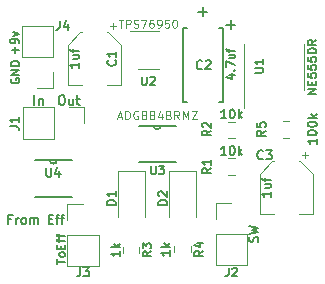
<source format=gbr>
G04 #@! TF.GenerationSoftware,KiCad,Pcbnew,(5.1.4-0-10_14)*
G04 #@! TF.CreationDate,2019-11-02T18:26:44-07:00*
G04 #@! TF.ProjectId,SoftButtonBoardMux555,536f6674-4275-4747-946f-6e426f617264,rev?*
G04 #@! TF.SameCoordinates,Original*
G04 #@! TF.FileFunction,Legend,Top*
G04 #@! TF.FilePolarity,Positive*
%FSLAX46Y46*%
G04 Gerber Fmt 4.6, Leading zero omitted, Abs format (unit mm)*
G04 Created by KiCad (PCBNEW (5.1.4-0-10_14)) date 2019-11-02 18:26:44*
%MOMM*%
%LPD*%
G04 APERTURE LIST*
%ADD10C,0.150000*%
%ADD11C,0.127000*%
%ADD12C,0.152400*%
%ADD13C,0.120000*%
%ADD14C,0.101600*%
%ADD15C,0.121920*%
G04 APERTURE END LIST*
D10*
X96266047Y-44394428D02*
X97027952Y-44394428D01*
X96647000Y-44775380D02*
X96647000Y-44013476D01*
D11*
X78066900Y-48928866D02*
X78033033Y-48996600D01*
X78033033Y-49098200D01*
X78066900Y-49199800D01*
X78134633Y-49267533D01*
X78202366Y-49301400D01*
X78337833Y-49335266D01*
X78439433Y-49335266D01*
X78574900Y-49301400D01*
X78642633Y-49267533D01*
X78710366Y-49199800D01*
X78744233Y-49098200D01*
X78744233Y-49030466D01*
X78710366Y-48928866D01*
X78676500Y-48895000D01*
X78439433Y-48895000D01*
X78439433Y-49030466D01*
X78744233Y-48590200D02*
X78033033Y-48590200D01*
X78744233Y-48183800D01*
X78033033Y-48183800D01*
X78744233Y-47845133D02*
X78033033Y-47845133D01*
X78033033Y-47675800D01*
X78066900Y-47574200D01*
X78134633Y-47506466D01*
X78202366Y-47472600D01*
X78337833Y-47438733D01*
X78439433Y-47438733D01*
X78574900Y-47472600D01*
X78642633Y-47506466D01*
X78710366Y-47574200D01*
X78744233Y-47675800D01*
X78744233Y-47845133D01*
X78409800Y-46791033D02*
X78409800Y-46249166D01*
X78680733Y-46520100D02*
X78138866Y-46520100D01*
X78680733Y-45876633D02*
X78680733Y-45741166D01*
X78646866Y-45673433D01*
X78613000Y-45639566D01*
X78511400Y-45571833D01*
X78375933Y-45537966D01*
X78105000Y-45537966D01*
X78037266Y-45571833D01*
X78003400Y-45605700D01*
X77969533Y-45673433D01*
X77969533Y-45808900D01*
X78003400Y-45876633D01*
X78037266Y-45910500D01*
X78105000Y-45944366D01*
X78274333Y-45944366D01*
X78342066Y-45910500D01*
X78375933Y-45876633D01*
X78409800Y-45808900D01*
X78409800Y-45673433D01*
X78375933Y-45605700D01*
X78342066Y-45571833D01*
X78274333Y-45537966D01*
X78206600Y-45300900D02*
X78680733Y-45131566D01*
X78206600Y-44962233D01*
X81906533Y-64626066D02*
X81906533Y-64219666D01*
X82617733Y-64422866D02*
X81906533Y-64422866D01*
X82617733Y-63881000D02*
X82583866Y-63948733D01*
X82550000Y-63982600D01*
X82482266Y-64016466D01*
X82279066Y-64016466D01*
X82211333Y-63982600D01*
X82177466Y-63948733D01*
X82143600Y-63881000D01*
X82143600Y-63779400D01*
X82177466Y-63711666D01*
X82211333Y-63677800D01*
X82279066Y-63643933D01*
X82482266Y-63643933D01*
X82550000Y-63677800D01*
X82583866Y-63711666D01*
X82617733Y-63779400D01*
X82617733Y-63881000D01*
X82245200Y-63339133D02*
X82245200Y-63102066D01*
X82617733Y-63000466D02*
X82617733Y-63339133D01*
X81906533Y-63339133D01*
X81906533Y-63000466D01*
X82143600Y-62797266D02*
X82143600Y-62526333D01*
X82617733Y-62695666D02*
X82008133Y-62695666D01*
X81940400Y-62661800D01*
X81906533Y-62594066D01*
X81906533Y-62526333D01*
X82143600Y-62390866D02*
X82143600Y-62119933D01*
X82617733Y-62289266D02*
X82008133Y-62289266D01*
X81940400Y-62255400D01*
X81906533Y-62187666D01*
X81906533Y-62119933D01*
X80029095Y-51161904D02*
X80029095Y-50361904D01*
X80410047Y-50628571D02*
X80410047Y-51161904D01*
X80410047Y-50704761D02*
X80448142Y-50666666D01*
X80524333Y-50628571D01*
X80638619Y-50628571D01*
X80714809Y-50666666D01*
X80752904Y-50742857D01*
X80752904Y-51161904D01*
X78086857Y-60842071D02*
X77832857Y-60842071D01*
X77832857Y-61241214D02*
X77832857Y-60479214D01*
X78195714Y-60479214D01*
X78486000Y-61241214D02*
X78486000Y-60733214D01*
X78486000Y-60878357D02*
X78522285Y-60805785D01*
X78558571Y-60769500D01*
X78631142Y-60733214D01*
X78703714Y-60733214D01*
X79066571Y-61241214D02*
X78994000Y-61204928D01*
X78957714Y-61168642D01*
X78921428Y-61096071D01*
X78921428Y-60878357D01*
X78957714Y-60805785D01*
X78994000Y-60769500D01*
X79066571Y-60733214D01*
X79175428Y-60733214D01*
X79248000Y-60769500D01*
X79284285Y-60805785D01*
X79320571Y-60878357D01*
X79320571Y-61096071D01*
X79284285Y-61168642D01*
X79248000Y-61204928D01*
X79175428Y-61241214D01*
X79066571Y-61241214D01*
X79647142Y-61241214D02*
X79647142Y-60733214D01*
X79647142Y-60805785D02*
X79683428Y-60769500D01*
X79756000Y-60733214D01*
X79864857Y-60733214D01*
X79937428Y-60769500D01*
X79973714Y-60842071D01*
X79973714Y-61241214D01*
X79973714Y-60842071D02*
X80010000Y-60769500D01*
X80082571Y-60733214D01*
X80191428Y-60733214D01*
X80264000Y-60769500D01*
X80300285Y-60842071D01*
X80300285Y-61241214D01*
X81243714Y-60842071D02*
X81497714Y-60842071D01*
X81606571Y-61241214D02*
X81243714Y-61241214D01*
X81243714Y-60479214D01*
X81606571Y-60479214D01*
X81824285Y-60733214D02*
X82114571Y-60733214D01*
X81933142Y-61241214D02*
X81933142Y-60588071D01*
X81969428Y-60515500D01*
X82042000Y-60479214D01*
X82114571Y-60479214D01*
X82259714Y-60733214D02*
X82550000Y-60733214D01*
X82368571Y-61241214D02*
X82368571Y-60588071D01*
X82404857Y-60515500D01*
X82477428Y-60479214D01*
X82550000Y-60479214D01*
X82264333Y-50361904D02*
X82416714Y-50361904D01*
X82492904Y-50400000D01*
X82569095Y-50476190D01*
X82607190Y-50628571D01*
X82607190Y-50895238D01*
X82569095Y-51047619D01*
X82492904Y-51123809D01*
X82416714Y-51161904D01*
X82264333Y-51161904D01*
X82188142Y-51123809D01*
X82111952Y-51047619D01*
X82073857Y-50895238D01*
X82073857Y-50628571D01*
X82111952Y-50476190D01*
X82188142Y-50400000D01*
X82264333Y-50361904D01*
X83292904Y-50628571D02*
X83292904Y-51161904D01*
X82950047Y-50628571D02*
X82950047Y-51047619D01*
X82988142Y-51123809D01*
X83064333Y-51161904D01*
X83178619Y-51161904D01*
X83254809Y-51123809D01*
X83292904Y-51085714D01*
X83559571Y-50628571D02*
X83864333Y-50628571D01*
X83673857Y-50361904D02*
X83673857Y-51047619D01*
X83711952Y-51123809D01*
X83788142Y-51161904D01*
X83864333Y-51161904D01*
D12*
X90728800Y-52908200D02*
G75*
G02X90119200Y-52908200I-304800J0D01*
G01*
X90119200Y-52908200D02*
X88874600Y-52908200D01*
X90728800Y-52908200D02*
X90119200Y-52908200D01*
X91973400Y-52908200D02*
X90728800Y-52908200D01*
X88874600Y-56007000D02*
X91973400Y-56007000D01*
D13*
X101102422Y-53923000D02*
X101619578Y-53923000D01*
X101102422Y-52503000D02*
X101619578Y-52503000D01*
X96969078Y-52566500D02*
X96451922Y-52566500D01*
X96969078Y-53986500D02*
X96451922Y-53986500D01*
X103156000Y-55416000D02*
X102656000Y-55416000D01*
X102906000Y-55166000D02*
X102906000Y-55666000D01*
X100150437Y-55906000D02*
X99086000Y-56970437D01*
X102541563Y-55906000D02*
X103606000Y-56970437D01*
X102541563Y-55906000D02*
X102406000Y-55906000D01*
X100150437Y-55906000D02*
X100286000Y-55906000D01*
X99086000Y-56970437D02*
X99086000Y-60426000D01*
X103606000Y-56970437D02*
X103606000Y-60426000D01*
X103606000Y-60426000D02*
X102406000Y-60426000D01*
X99086000Y-60426000D02*
X100286000Y-60426000D01*
X97770000Y-47942500D02*
X97770000Y-51392500D01*
X97770000Y-47942500D02*
X97770000Y-45992500D01*
X102890000Y-47942500D02*
X102890000Y-49892500D01*
X102890000Y-47942500D02*
X102890000Y-45992500D01*
X95380500Y-59503000D02*
X96710500Y-59503000D01*
X95380500Y-60833000D02*
X95380500Y-59503000D01*
X95380500Y-62103000D02*
X98040500Y-62103000D01*
X98040500Y-62103000D02*
X98040500Y-64703000D01*
X95380500Y-62103000D02*
X95380500Y-64703000D01*
X95380500Y-64703000D02*
X98040500Y-64703000D01*
X82807500Y-59566500D02*
X84137500Y-59566500D01*
X82807500Y-60896500D02*
X82807500Y-59566500D01*
X82807500Y-62166500D02*
X85467500Y-62166500D01*
X85467500Y-62166500D02*
X85467500Y-64766500D01*
X82807500Y-62166500D02*
X82807500Y-64766500D01*
X82807500Y-64766500D02*
X85467500Y-64766500D01*
D12*
X95679438Y-50888798D02*
X96024497Y-50888798D01*
X92915562Y-44634810D02*
X92570503Y-44634810D01*
X96024497Y-44634810D02*
X95679438Y-44634810D01*
X96024497Y-50888798D02*
X96024497Y-44634810D01*
X92570503Y-50888798D02*
X92915562Y-50888798D01*
X92570503Y-44634810D02*
X92570503Y-50888798D01*
X94678500Y-43291811D02*
X93916500Y-43291811D01*
X94297500Y-43672811D02*
X94297500Y-42910811D01*
D13*
X81594000Y-49717000D02*
X80264000Y-49717000D01*
X81594000Y-48387000D02*
X81594000Y-49717000D01*
X81594000Y-47117000D02*
X78934000Y-47117000D01*
X78934000Y-47117000D02*
X78934000Y-44517000D01*
X81594000Y-47117000D02*
X81594000Y-44517000D01*
X81594000Y-44517000D02*
X78934000Y-44517000D01*
X84261000Y-51375000D02*
X84261000Y-52705000D01*
X82931000Y-51375000D02*
X84261000Y-51375000D01*
X81661000Y-51375000D02*
X81661000Y-54035000D01*
X81661000Y-54035000D02*
X79061000Y-54035000D01*
X81661000Y-51375000D02*
X79061000Y-51375000D01*
X79061000Y-51375000D02*
X79061000Y-54035000D01*
X91448000Y-56770000D02*
X91448000Y-60655000D01*
X93718000Y-56770000D02*
X91448000Y-56770000D01*
X93718000Y-60655000D02*
X93718000Y-56770000D01*
X87104600Y-56795400D02*
X87104600Y-60680400D01*
X89374600Y-56795400D02*
X87104600Y-56795400D01*
X89374600Y-60680400D02*
X89374600Y-56795400D01*
X91873000Y-63129422D02*
X91873000Y-63646578D01*
X93293000Y-63129422D02*
X93293000Y-63646578D01*
X87491500Y-63162922D02*
X87491500Y-63680078D01*
X88911500Y-63162922D02*
X88911500Y-63680078D01*
X96969078Y-55678000D02*
X96451922Y-55678000D01*
X96969078Y-57098000D02*
X96451922Y-57098000D01*
X86900000Y-44494000D02*
X86400000Y-44494000D01*
X86650000Y-44244000D02*
X86650000Y-44744000D01*
X83894437Y-44984000D02*
X82830000Y-46048437D01*
X86285563Y-44984000D02*
X87350000Y-46048437D01*
X86285563Y-44984000D02*
X86150000Y-44984000D01*
X83894437Y-44984000D02*
X84030000Y-44984000D01*
X82830000Y-46048437D02*
X82830000Y-49504000D01*
X87350000Y-46048437D02*
X87350000Y-49504000D01*
X87350000Y-49504000D02*
X86150000Y-49504000D01*
X82830000Y-49504000D02*
X84030000Y-49504000D01*
D12*
X81940400Y-55829200D02*
G75*
G02X81330800Y-55829200I-304800J0D01*
G01*
X81330800Y-55829200D02*
X80086200Y-55829200D01*
X81940400Y-55829200D02*
X81330800Y-55829200D01*
X83185000Y-55829200D02*
X81940400Y-55829200D01*
X80086200Y-58928000D02*
X83185000Y-58928000D01*
D13*
X90562000Y-44872000D02*
X88112000Y-44872000D01*
X88762000Y-48092000D02*
X90562000Y-48092000D01*
D11*
X89882133Y-56316033D02*
X89882133Y-56891766D01*
X89916000Y-56959500D01*
X89949866Y-56993366D01*
X90017600Y-57027233D01*
X90153066Y-57027233D01*
X90220800Y-56993366D01*
X90254666Y-56959500D01*
X90288533Y-56891766D01*
X90288533Y-56316033D01*
X90559466Y-56316033D02*
X90999733Y-56316033D01*
X90762666Y-56586966D01*
X90864266Y-56586966D01*
X90932000Y-56620833D01*
X90965866Y-56654700D01*
X90999733Y-56722433D01*
X90999733Y-56891766D01*
X90965866Y-56959500D01*
X90932000Y-56993366D01*
X90864266Y-57027233D01*
X90661066Y-57027233D01*
X90593333Y-56993366D01*
X90559466Y-56959500D01*
D14*
X87071200Y-52188533D02*
X87409866Y-52188533D01*
X87003466Y-52391733D02*
X87240533Y-51680533D01*
X87477600Y-52391733D01*
X87714666Y-52391733D02*
X87714666Y-51680533D01*
X87884000Y-51680533D01*
X87985600Y-51714400D01*
X88053333Y-51782133D01*
X88087200Y-51849866D01*
X88121066Y-51985333D01*
X88121066Y-52086933D01*
X88087200Y-52222400D01*
X88053333Y-52290133D01*
X87985600Y-52357866D01*
X87884000Y-52391733D01*
X87714666Y-52391733D01*
X88798400Y-51714400D02*
X88730666Y-51680533D01*
X88629066Y-51680533D01*
X88527466Y-51714400D01*
X88459733Y-51782133D01*
X88425866Y-51849866D01*
X88392000Y-51985333D01*
X88392000Y-52086933D01*
X88425866Y-52222400D01*
X88459733Y-52290133D01*
X88527466Y-52357866D01*
X88629066Y-52391733D01*
X88696800Y-52391733D01*
X88798400Y-52357866D01*
X88832266Y-52324000D01*
X88832266Y-52086933D01*
X88696800Y-52086933D01*
X89238666Y-51985333D02*
X89170933Y-51951466D01*
X89137066Y-51917600D01*
X89103200Y-51849866D01*
X89103200Y-51816000D01*
X89137066Y-51748266D01*
X89170933Y-51714400D01*
X89238666Y-51680533D01*
X89374133Y-51680533D01*
X89441866Y-51714400D01*
X89475733Y-51748266D01*
X89509600Y-51816000D01*
X89509600Y-51849866D01*
X89475733Y-51917600D01*
X89441866Y-51951466D01*
X89374133Y-51985333D01*
X89238666Y-51985333D01*
X89170933Y-52019200D01*
X89137066Y-52053066D01*
X89103200Y-52120800D01*
X89103200Y-52256266D01*
X89137066Y-52324000D01*
X89170933Y-52357866D01*
X89238666Y-52391733D01*
X89374133Y-52391733D01*
X89441866Y-52357866D01*
X89475733Y-52324000D01*
X89509600Y-52256266D01*
X89509600Y-52120800D01*
X89475733Y-52053066D01*
X89441866Y-52019200D01*
X89374133Y-51985333D01*
X89916000Y-51985333D02*
X89848266Y-51951466D01*
X89814400Y-51917600D01*
X89780533Y-51849866D01*
X89780533Y-51816000D01*
X89814400Y-51748266D01*
X89848266Y-51714400D01*
X89916000Y-51680533D01*
X90051466Y-51680533D01*
X90119200Y-51714400D01*
X90153066Y-51748266D01*
X90186933Y-51816000D01*
X90186933Y-51849866D01*
X90153066Y-51917600D01*
X90119200Y-51951466D01*
X90051466Y-51985333D01*
X89916000Y-51985333D01*
X89848266Y-52019200D01*
X89814400Y-52053066D01*
X89780533Y-52120800D01*
X89780533Y-52256266D01*
X89814400Y-52324000D01*
X89848266Y-52357866D01*
X89916000Y-52391733D01*
X90051466Y-52391733D01*
X90119200Y-52357866D01*
X90153066Y-52324000D01*
X90186933Y-52256266D01*
X90186933Y-52120800D01*
X90153066Y-52053066D01*
X90119200Y-52019200D01*
X90051466Y-51985333D01*
X90796533Y-51917600D02*
X90796533Y-52391733D01*
X90627200Y-51646666D02*
X90457866Y-52154666D01*
X90898133Y-52154666D01*
X91406133Y-52019200D02*
X91507733Y-52053066D01*
X91541600Y-52086933D01*
X91575466Y-52154666D01*
X91575466Y-52256266D01*
X91541600Y-52324000D01*
X91507733Y-52357866D01*
X91440000Y-52391733D01*
X91169066Y-52391733D01*
X91169066Y-51680533D01*
X91406133Y-51680533D01*
X91473866Y-51714400D01*
X91507733Y-51748266D01*
X91541600Y-51816000D01*
X91541600Y-51883733D01*
X91507733Y-51951466D01*
X91473866Y-51985333D01*
X91406133Y-52019200D01*
X91169066Y-52019200D01*
X92286666Y-52391733D02*
X92049600Y-52053066D01*
X91880266Y-52391733D02*
X91880266Y-51680533D01*
X92151200Y-51680533D01*
X92218933Y-51714400D01*
X92252800Y-51748266D01*
X92286666Y-51816000D01*
X92286666Y-51917600D01*
X92252800Y-51985333D01*
X92218933Y-52019200D01*
X92151200Y-52053066D01*
X91880266Y-52053066D01*
X92591466Y-52391733D02*
X92591466Y-51680533D01*
X92828533Y-52188533D01*
X93065600Y-51680533D01*
X93065600Y-52391733D01*
X93336533Y-51680533D02*
X93810666Y-51680533D01*
X93336533Y-52391733D01*
X93810666Y-52391733D01*
D11*
X99595214Y-53340000D02*
X99232357Y-53594000D01*
X99595214Y-53775428D02*
X98833214Y-53775428D01*
X98833214Y-53485142D01*
X98869500Y-53412571D01*
X98905785Y-53376285D01*
X98978357Y-53340000D01*
X99087214Y-53340000D01*
X99159785Y-53376285D01*
X99196071Y-53412571D01*
X99232357Y-53485142D01*
X99232357Y-53775428D01*
X98833214Y-52650571D02*
X98833214Y-53013428D01*
X99196071Y-53049714D01*
X99159785Y-53013428D01*
X99123500Y-52940857D01*
X99123500Y-52759428D01*
X99159785Y-52686857D01*
X99196071Y-52650571D01*
X99268642Y-52614285D01*
X99450071Y-52614285D01*
X99522642Y-52650571D01*
X99558928Y-52686857D01*
X99595214Y-52759428D01*
X99595214Y-52940857D01*
X99558928Y-53013428D01*
X99522642Y-53049714D01*
X103913214Y-54029428D02*
X103913214Y-54464857D01*
X103913214Y-54247142D02*
X103151214Y-54247142D01*
X103260071Y-54319714D01*
X103332642Y-54392285D01*
X103368928Y-54464857D01*
X103151214Y-53557714D02*
X103151214Y-53485142D01*
X103187500Y-53412571D01*
X103223785Y-53376285D01*
X103296357Y-53340000D01*
X103441500Y-53303714D01*
X103622928Y-53303714D01*
X103768071Y-53340000D01*
X103840642Y-53376285D01*
X103876928Y-53412571D01*
X103913214Y-53485142D01*
X103913214Y-53557714D01*
X103876928Y-53630285D01*
X103840642Y-53666571D01*
X103768071Y-53702857D01*
X103622928Y-53739142D01*
X103441500Y-53739142D01*
X103296357Y-53702857D01*
X103223785Y-53666571D01*
X103187500Y-53630285D01*
X103151214Y-53557714D01*
X103151214Y-52832000D02*
X103151214Y-52759428D01*
X103187500Y-52686857D01*
X103223785Y-52650571D01*
X103296357Y-52614285D01*
X103441500Y-52578000D01*
X103622928Y-52578000D01*
X103768071Y-52614285D01*
X103840642Y-52650571D01*
X103876928Y-52686857D01*
X103913214Y-52759428D01*
X103913214Y-52832000D01*
X103876928Y-52904571D01*
X103840642Y-52940857D01*
X103768071Y-52977142D01*
X103622928Y-53013428D01*
X103441500Y-53013428D01*
X103296357Y-52977142D01*
X103223785Y-52940857D01*
X103187500Y-52904571D01*
X103151214Y-52832000D01*
X103913214Y-52251428D02*
X103151214Y-52251428D01*
X103622928Y-52178857D02*
X103913214Y-51961142D01*
X103405214Y-51961142D02*
X103695500Y-52251428D01*
X94936733Y-53331533D02*
X94598066Y-53568600D01*
X94936733Y-53737933D02*
X94225533Y-53737933D01*
X94225533Y-53467000D01*
X94259400Y-53399266D01*
X94293266Y-53365400D01*
X94361000Y-53331533D01*
X94462600Y-53331533D01*
X94530333Y-53365400D01*
X94564200Y-53399266D01*
X94598066Y-53467000D01*
X94598066Y-53737933D01*
X94293266Y-53060600D02*
X94259400Y-53026733D01*
X94225533Y-52959000D01*
X94225533Y-52789666D01*
X94259400Y-52721933D01*
X94293266Y-52688066D01*
X94361000Y-52654200D01*
X94428733Y-52654200D01*
X94530333Y-52688066D01*
X94936733Y-53094466D01*
X94936733Y-52654200D01*
X96256928Y-52287714D02*
X95821500Y-52287714D01*
X96039214Y-52287714D02*
X96039214Y-51525714D01*
X95966642Y-51634571D01*
X95894071Y-51707142D01*
X95821500Y-51743428D01*
X96728642Y-51525714D02*
X96801214Y-51525714D01*
X96873785Y-51562000D01*
X96910071Y-51598285D01*
X96946357Y-51670857D01*
X96982642Y-51816000D01*
X96982642Y-51997428D01*
X96946357Y-52142571D01*
X96910071Y-52215142D01*
X96873785Y-52251428D01*
X96801214Y-52287714D01*
X96728642Y-52287714D01*
X96656071Y-52251428D01*
X96619785Y-52215142D01*
X96583500Y-52142571D01*
X96547214Y-51997428D01*
X96547214Y-51816000D01*
X96583500Y-51670857D01*
X96619785Y-51598285D01*
X96656071Y-51562000D01*
X96728642Y-51525714D01*
X97309214Y-52287714D02*
X97309214Y-51525714D01*
X97381785Y-51997428D02*
X97599500Y-52287714D01*
X97599500Y-51779714D02*
X97309214Y-52070000D01*
X99377500Y-55707642D02*
X99341214Y-55743928D01*
X99232357Y-55780214D01*
X99159785Y-55780214D01*
X99050928Y-55743928D01*
X98978357Y-55671357D01*
X98942071Y-55598785D01*
X98905785Y-55453642D01*
X98905785Y-55344785D01*
X98942071Y-55199642D01*
X98978357Y-55127071D01*
X99050928Y-55054500D01*
X99159785Y-55018214D01*
X99232357Y-55018214D01*
X99341214Y-55054500D01*
X99377500Y-55090785D01*
X99631500Y-55018214D02*
X100103214Y-55018214D01*
X99849214Y-55308500D01*
X99958071Y-55308500D01*
X100030642Y-55344785D01*
X100066928Y-55381071D01*
X100103214Y-55453642D01*
X100103214Y-55635071D01*
X100066928Y-55707642D01*
X100030642Y-55743928D01*
X99958071Y-55780214D01*
X99740357Y-55780214D01*
X99667785Y-55743928D01*
X99631500Y-55707642D01*
X100039714Y-58510714D02*
X100039714Y-58946142D01*
X100039714Y-58728428D02*
X99277714Y-58728428D01*
X99386571Y-58801000D01*
X99459142Y-58873571D01*
X99495428Y-58946142D01*
X99531714Y-57857571D02*
X100039714Y-57857571D01*
X99531714Y-58184142D02*
X99930857Y-58184142D01*
X100003428Y-58147857D01*
X100039714Y-58075285D01*
X100039714Y-57966428D01*
X100003428Y-57893857D01*
X99967142Y-57857571D01*
X99531714Y-57603571D02*
X99531714Y-57313285D01*
X100039714Y-57494714D02*
X99386571Y-57494714D01*
X99314000Y-57458428D01*
X99277714Y-57385857D01*
X99277714Y-57313285D01*
X98670533Y-48420866D02*
X99246266Y-48420866D01*
X99314000Y-48387000D01*
X99347866Y-48353133D01*
X99381733Y-48285400D01*
X99381733Y-48149933D01*
X99347866Y-48082200D01*
X99314000Y-48048333D01*
X99246266Y-48014466D01*
X98670533Y-48014466D01*
X99381733Y-47303266D02*
X99381733Y-47709666D01*
X99381733Y-47506466D02*
X98670533Y-47506466D01*
X98772133Y-47574200D01*
X98839866Y-47641933D01*
X98873733Y-47709666D01*
X103890233Y-50194633D02*
X103179033Y-50194633D01*
X103890233Y-49788233D01*
X103179033Y-49788233D01*
X103517700Y-49449566D02*
X103517700Y-49212500D01*
X103890233Y-49110900D02*
X103890233Y-49449566D01*
X103179033Y-49449566D01*
X103179033Y-49110900D01*
X103179033Y-48467433D02*
X103179033Y-48806100D01*
X103517700Y-48839966D01*
X103483833Y-48806100D01*
X103449966Y-48738366D01*
X103449966Y-48569033D01*
X103483833Y-48501300D01*
X103517700Y-48467433D01*
X103585433Y-48433566D01*
X103754766Y-48433566D01*
X103822500Y-48467433D01*
X103856366Y-48501300D01*
X103890233Y-48569033D01*
X103890233Y-48738366D01*
X103856366Y-48806100D01*
X103822500Y-48839966D01*
X103179033Y-47790100D02*
X103179033Y-48128766D01*
X103517700Y-48162633D01*
X103483833Y-48128766D01*
X103449966Y-48061033D01*
X103449966Y-47891700D01*
X103483833Y-47823966D01*
X103517700Y-47790100D01*
X103585433Y-47756233D01*
X103754766Y-47756233D01*
X103822500Y-47790100D01*
X103856366Y-47823966D01*
X103890233Y-47891700D01*
X103890233Y-48061033D01*
X103856366Y-48128766D01*
X103822500Y-48162633D01*
X103179033Y-47112766D02*
X103179033Y-47451433D01*
X103517700Y-47485300D01*
X103483833Y-47451433D01*
X103449966Y-47383700D01*
X103449966Y-47214366D01*
X103483833Y-47146633D01*
X103517700Y-47112766D01*
X103585433Y-47078900D01*
X103754766Y-47078900D01*
X103822500Y-47112766D01*
X103856366Y-47146633D01*
X103890233Y-47214366D01*
X103890233Y-47383700D01*
X103856366Y-47451433D01*
X103822500Y-47485300D01*
X103890233Y-46774100D02*
X103179033Y-46774100D01*
X103179033Y-46604766D01*
X103212900Y-46503166D01*
X103280633Y-46435433D01*
X103348366Y-46401566D01*
X103483833Y-46367700D01*
X103585433Y-46367700D01*
X103720900Y-46401566D01*
X103788633Y-46435433D01*
X103856366Y-46503166D01*
X103890233Y-46604766D01*
X103890233Y-46774100D01*
X103890233Y-45656500D02*
X103551566Y-45893566D01*
X103890233Y-46062900D02*
X103179033Y-46062900D01*
X103179033Y-45791966D01*
X103212900Y-45724233D01*
X103246766Y-45690366D01*
X103314500Y-45656500D01*
X103416100Y-45656500D01*
X103483833Y-45690366D01*
X103517700Y-45724233D01*
X103551566Y-45791966D01*
X103551566Y-46062900D01*
X96473433Y-64952033D02*
X96473433Y-65460033D01*
X96439566Y-65561633D01*
X96371833Y-65629366D01*
X96270233Y-65663233D01*
X96202500Y-65663233D01*
X96778233Y-65019766D02*
X96812100Y-64985900D01*
X96879833Y-64952033D01*
X97049166Y-64952033D01*
X97116900Y-64985900D01*
X97150766Y-65019766D01*
X97184633Y-65087500D01*
X97184633Y-65155233D01*
X97150766Y-65256833D01*
X96744366Y-65663233D01*
X97184633Y-65663233D01*
X98923928Y-62756142D02*
X98960214Y-62647285D01*
X98960214Y-62465857D01*
X98923928Y-62393285D01*
X98887642Y-62357000D01*
X98815071Y-62320714D01*
X98742500Y-62320714D01*
X98669928Y-62357000D01*
X98633642Y-62393285D01*
X98597357Y-62465857D01*
X98561071Y-62611000D01*
X98524785Y-62683571D01*
X98488500Y-62719857D01*
X98415928Y-62756142D01*
X98343357Y-62756142D01*
X98270785Y-62719857D01*
X98234500Y-62683571D01*
X98198214Y-62611000D01*
X98198214Y-62429571D01*
X98234500Y-62320714D01*
X98198214Y-62066714D02*
X98960214Y-61885285D01*
X98415928Y-61740142D01*
X98960214Y-61595000D01*
X98198214Y-61413571D01*
X83883500Y-64924214D02*
X83883500Y-65468500D01*
X83847214Y-65577357D01*
X83774642Y-65649928D01*
X83665785Y-65686214D01*
X83593214Y-65686214D01*
X84173785Y-64924214D02*
X84645500Y-64924214D01*
X84391500Y-65214500D01*
X84500357Y-65214500D01*
X84572928Y-65250785D01*
X84609214Y-65287071D01*
X84645500Y-65359642D01*
X84645500Y-65541071D01*
X84609214Y-65613642D01*
X84572928Y-65649928D01*
X84500357Y-65686214D01*
X84282642Y-65686214D01*
X84210071Y-65649928D01*
X84173785Y-65613642D01*
X94234000Y-48087642D02*
X94197714Y-48123928D01*
X94088857Y-48160214D01*
X94016285Y-48160214D01*
X93907428Y-48123928D01*
X93834857Y-48051357D01*
X93798571Y-47978785D01*
X93762285Y-47833642D01*
X93762285Y-47724785D01*
X93798571Y-47579642D01*
X93834857Y-47507071D01*
X93907428Y-47434500D01*
X94016285Y-47398214D01*
X94088857Y-47398214D01*
X94197714Y-47434500D01*
X94234000Y-47470785D01*
X94524285Y-47470785D02*
X94560571Y-47434500D01*
X94633142Y-47398214D01*
X94814571Y-47398214D01*
X94887142Y-47434500D01*
X94923428Y-47470785D01*
X94959714Y-47543357D01*
X94959714Y-47615928D01*
X94923428Y-47724785D01*
X94488000Y-48160214D01*
X94959714Y-48160214D01*
X96494600Y-48585966D02*
X96968733Y-48585966D01*
X96223666Y-48755300D02*
X96731666Y-48924633D01*
X96731666Y-48484366D01*
X96901000Y-48213433D02*
X96934866Y-48179566D01*
X96968733Y-48213433D01*
X96934866Y-48247300D01*
X96901000Y-48213433D01*
X96968733Y-48213433D01*
X96257533Y-47942500D02*
X96257533Y-47468366D01*
X96968733Y-47773166D01*
X96494600Y-46892633D02*
X96968733Y-46892633D01*
X96494600Y-47197433D02*
X96867133Y-47197433D01*
X96934866Y-47163566D01*
X96968733Y-47095833D01*
X96968733Y-46994233D01*
X96934866Y-46926500D01*
X96901000Y-46892633D01*
X96494600Y-46655566D02*
X96494600Y-46384633D01*
X96968733Y-46553966D02*
X96359133Y-46553966D01*
X96291400Y-46520100D01*
X96257533Y-46452366D01*
X96257533Y-46384633D01*
X82169000Y-44032714D02*
X82169000Y-44577000D01*
X82132714Y-44685857D01*
X82060142Y-44758428D01*
X81951285Y-44794714D01*
X81878714Y-44794714D01*
X82858428Y-44286714D02*
X82858428Y-44794714D01*
X82677000Y-43996428D02*
X82495571Y-44540714D01*
X82967285Y-44540714D01*
X77941714Y-52959000D02*
X78486000Y-52959000D01*
X78594857Y-52995285D01*
X78667428Y-53067857D01*
X78703714Y-53176714D01*
X78703714Y-53249285D01*
X78703714Y-52197000D02*
X78703714Y-52632428D01*
X78703714Y-52414714D02*
X77941714Y-52414714D01*
X78050571Y-52487285D01*
X78123142Y-52559857D01*
X78159428Y-52632428D01*
X91276714Y-59617428D02*
X90514714Y-59617428D01*
X90514714Y-59436000D01*
X90551000Y-59327142D01*
X90623571Y-59254571D01*
X90696142Y-59218285D01*
X90841285Y-59182000D01*
X90950142Y-59182000D01*
X91095285Y-59218285D01*
X91167857Y-59254571D01*
X91240428Y-59327142D01*
X91276714Y-59436000D01*
X91276714Y-59617428D01*
X90587285Y-58891714D02*
X90551000Y-58855428D01*
X90514714Y-58782857D01*
X90514714Y-58601428D01*
X90551000Y-58528857D01*
X90587285Y-58492571D01*
X90659857Y-58456285D01*
X90732428Y-58456285D01*
X90841285Y-58492571D01*
X91276714Y-58928000D01*
X91276714Y-58456285D01*
X86895214Y-59617428D02*
X86133214Y-59617428D01*
X86133214Y-59436000D01*
X86169500Y-59327142D01*
X86242071Y-59254571D01*
X86314642Y-59218285D01*
X86459785Y-59182000D01*
X86568642Y-59182000D01*
X86713785Y-59218285D01*
X86786357Y-59254571D01*
X86858928Y-59327142D01*
X86895214Y-59436000D01*
X86895214Y-59617428D01*
X86895214Y-58456285D02*
X86895214Y-58891714D01*
X86895214Y-58674000D02*
X86133214Y-58674000D01*
X86242071Y-58746571D01*
X86314642Y-58819142D01*
X86350928Y-58891714D01*
X94324714Y-63515000D02*
X93961857Y-63769000D01*
X94324714Y-63950428D02*
X93562714Y-63950428D01*
X93562714Y-63660142D01*
X93599000Y-63587571D01*
X93635285Y-63551285D01*
X93707857Y-63515000D01*
X93816714Y-63515000D01*
X93889285Y-63551285D01*
X93925571Y-63587571D01*
X93961857Y-63660142D01*
X93961857Y-63950428D01*
X93816714Y-62861857D02*
X94324714Y-62861857D01*
X93526428Y-63043285D02*
X94070714Y-63224714D01*
X94070714Y-62753000D01*
X91530714Y-63478714D02*
X91530714Y-63914142D01*
X91530714Y-63696428D02*
X90768714Y-63696428D01*
X90877571Y-63769000D01*
X90950142Y-63841571D01*
X90986428Y-63914142D01*
X91530714Y-63152142D02*
X90768714Y-63152142D01*
X91240428Y-63079571D02*
X91530714Y-62861857D01*
X91022714Y-62861857D02*
X91313000Y-63152142D01*
X89920233Y-63540033D02*
X89581566Y-63777100D01*
X89920233Y-63946433D02*
X89209033Y-63946433D01*
X89209033Y-63675500D01*
X89242900Y-63607766D01*
X89276766Y-63573900D01*
X89344500Y-63540033D01*
X89446100Y-63540033D01*
X89513833Y-63573900D01*
X89547700Y-63607766D01*
X89581566Y-63675500D01*
X89581566Y-63946433D01*
X89209033Y-63302966D02*
X89209033Y-62862700D01*
X89479966Y-63099766D01*
X89479966Y-62998166D01*
X89513833Y-62930433D01*
X89547700Y-62896566D01*
X89615433Y-62862700D01*
X89784766Y-62862700D01*
X89852500Y-62896566D01*
X89886366Y-62930433D01*
X89920233Y-62998166D01*
X89920233Y-63201366D01*
X89886366Y-63269100D01*
X89852500Y-63302966D01*
X87276214Y-63527214D02*
X87276214Y-63962642D01*
X87276214Y-63744928D02*
X86514214Y-63744928D01*
X86623071Y-63817500D01*
X86695642Y-63890071D01*
X86731928Y-63962642D01*
X87276214Y-63200642D02*
X86514214Y-63200642D01*
X86985928Y-63128071D02*
X87276214Y-62910357D01*
X86768214Y-62910357D02*
X87058500Y-63200642D01*
X94936733Y-56506533D02*
X94598066Y-56743600D01*
X94936733Y-56912933D02*
X94225533Y-56912933D01*
X94225533Y-56642000D01*
X94259400Y-56574266D01*
X94293266Y-56540400D01*
X94361000Y-56506533D01*
X94462600Y-56506533D01*
X94530333Y-56540400D01*
X94564200Y-56574266D01*
X94598066Y-56642000D01*
X94598066Y-56912933D01*
X94936733Y-55829200D02*
X94936733Y-56235600D01*
X94936733Y-56032400D02*
X94225533Y-56032400D01*
X94327133Y-56100133D01*
X94394866Y-56167866D01*
X94428733Y-56235600D01*
X96256928Y-55399214D02*
X95821500Y-55399214D01*
X96039214Y-55399214D02*
X96039214Y-54637214D01*
X95966642Y-54746071D01*
X95894071Y-54818642D01*
X95821500Y-54854928D01*
X96728642Y-54637214D02*
X96801214Y-54637214D01*
X96873785Y-54673500D01*
X96910071Y-54709785D01*
X96946357Y-54782357D01*
X96982642Y-54927500D01*
X96982642Y-55108928D01*
X96946357Y-55254071D01*
X96910071Y-55326642D01*
X96873785Y-55362928D01*
X96801214Y-55399214D01*
X96728642Y-55399214D01*
X96656071Y-55362928D01*
X96619785Y-55326642D01*
X96583500Y-55254071D01*
X96547214Y-55108928D01*
X96547214Y-54927500D01*
X96583500Y-54782357D01*
X96619785Y-54709785D01*
X96656071Y-54673500D01*
X96728642Y-54637214D01*
X97309214Y-55399214D02*
X97309214Y-54637214D01*
X97381785Y-55108928D02*
X97599500Y-55399214D01*
X97599500Y-54891214D02*
X97309214Y-55181500D01*
X86886142Y-47371000D02*
X86922428Y-47407285D01*
X86958714Y-47516142D01*
X86958714Y-47588714D01*
X86922428Y-47697571D01*
X86849857Y-47770142D01*
X86777285Y-47806428D01*
X86632142Y-47842714D01*
X86523285Y-47842714D01*
X86378142Y-47806428D01*
X86305571Y-47770142D01*
X86233000Y-47697571D01*
X86196714Y-47588714D01*
X86196714Y-47516142D01*
X86233000Y-47407285D01*
X86269285Y-47371000D01*
X86958714Y-46645285D02*
X86958714Y-47080714D01*
X86958714Y-46863000D02*
X86196714Y-46863000D01*
X86305571Y-46935571D01*
X86378142Y-47008142D01*
X86414428Y-47080714D01*
X83783714Y-47588714D02*
X83783714Y-48024142D01*
X83783714Y-47806428D02*
X83021714Y-47806428D01*
X83130571Y-47879000D01*
X83203142Y-47951571D01*
X83239428Y-48024142D01*
X83275714Y-46935571D02*
X83783714Y-46935571D01*
X83275714Y-47262142D02*
X83674857Y-47262142D01*
X83747428Y-47225857D01*
X83783714Y-47153285D01*
X83783714Y-47044428D01*
X83747428Y-46971857D01*
X83711142Y-46935571D01*
X83275714Y-46681571D02*
X83275714Y-46391285D01*
X83783714Y-46572714D02*
X83130571Y-46572714D01*
X83058000Y-46536428D01*
X83021714Y-46463857D01*
X83021714Y-46391285D01*
X81016928Y-56478714D02*
X81016928Y-57095571D01*
X81053214Y-57168142D01*
X81089500Y-57204428D01*
X81162071Y-57240714D01*
X81307214Y-57240714D01*
X81379785Y-57204428D01*
X81416071Y-57168142D01*
X81452357Y-57095571D01*
X81452357Y-56478714D01*
X82141785Y-56732714D02*
X82141785Y-57240714D01*
X81960357Y-56442428D02*
X81778928Y-56986714D01*
X82250642Y-56986714D01*
X89120133Y-48759533D02*
X89120133Y-49335266D01*
X89154000Y-49403000D01*
X89187866Y-49436866D01*
X89255600Y-49470733D01*
X89391066Y-49470733D01*
X89458800Y-49436866D01*
X89492666Y-49403000D01*
X89526533Y-49335266D01*
X89526533Y-48759533D01*
X89831333Y-48827266D02*
X89865200Y-48793400D01*
X89932933Y-48759533D01*
X90102266Y-48759533D01*
X90170000Y-48793400D01*
X90203866Y-48827266D01*
X90237733Y-48895000D01*
X90237733Y-48962733D01*
X90203866Y-49064333D01*
X89797466Y-49470733D01*
X90237733Y-49470733D01*
D15*
X87163728Y-43947442D02*
X87555614Y-43947442D01*
X87359671Y-44633242D02*
X87359671Y-43947442D01*
X87784214Y-44633242D02*
X87784214Y-43947442D01*
X88045471Y-43947442D01*
X88110785Y-43980100D01*
X88143442Y-44012757D01*
X88176100Y-44078071D01*
X88176100Y-44176042D01*
X88143442Y-44241357D01*
X88110785Y-44274014D01*
X88045471Y-44306671D01*
X87784214Y-44306671D01*
X88437357Y-44600585D02*
X88535328Y-44633242D01*
X88698614Y-44633242D01*
X88763928Y-44600585D01*
X88796585Y-44567928D01*
X88829242Y-44502614D01*
X88829242Y-44437300D01*
X88796585Y-44371985D01*
X88763928Y-44339328D01*
X88698614Y-44306671D01*
X88567985Y-44274014D01*
X88502671Y-44241357D01*
X88470014Y-44208700D01*
X88437357Y-44143385D01*
X88437357Y-44078071D01*
X88470014Y-44012757D01*
X88502671Y-43980100D01*
X88567985Y-43947442D01*
X88731271Y-43947442D01*
X88829242Y-43980100D01*
X89057842Y-43947442D02*
X89515042Y-43947442D01*
X89221128Y-44633242D01*
X90070214Y-43947442D02*
X89939585Y-43947442D01*
X89874271Y-43980100D01*
X89841614Y-44012757D01*
X89776300Y-44110728D01*
X89743642Y-44241357D01*
X89743642Y-44502614D01*
X89776300Y-44567928D01*
X89808957Y-44600585D01*
X89874271Y-44633242D01*
X90004900Y-44633242D01*
X90070214Y-44600585D01*
X90102871Y-44567928D01*
X90135528Y-44502614D01*
X90135528Y-44339328D01*
X90102871Y-44274014D01*
X90070214Y-44241357D01*
X90004900Y-44208700D01*
X89874271Y-44208700D01*
X89808957Y-44241357D01*
X89776300Y-44274014D01*
X89743642Y-44339328D01*
X90462100Y-44633242D02*
X90592728Y-44633242D01*
X90658042Y-44600585D01*
X90690700Y-44567928D01*
X90756014Y-44469957D01*
X90788671Y-44339328D01*
X90788671Y-44078071D01*
X90756014Y-44012757D01*
X90723357Y-43980100D01*
X90658042Y-43947442D01*
X90527414Y-43947442D01*
X90462100Y-43980100D01*
X90429442Y-44012757D01*
X90396785Y-44078071D01*
X90396785Y-44241357D01*
X90429442Y-44306671D01*
X90462100Y-44339328D01*
X90527414Y-44371985D01*
X90658042Y-44371985D01*
X90723357Y-44339328D01*
X90756014Y-44306671D01*
X90788671Y-44241357D01*
X91409157Y-43947442D02*
X91082585Y-43947442D01*
X91049928Y-44274014D01*
X91082585Y-44241357D01*
X91147900Y-44208700D01*
X91311185Y-44208700D01*
X91376500Y-44241357D01*
X91409157Y-44274014D01*
X91441814Y-44339328D01*
X91441814Y-44502614D01*
X91409157Y-44567928D01*
X91376500Y-44600585D01*
X91311185Y-44633242D01*
X91147900Y-44633242D01*
X91082585Y-44600585D01*
X91049928Y-44567928D01*
X91866357Y-43947442D02*
X91931671Y-43947442D01*
X91996985Y-43980100D01*
X92029642Y-44012757D01*
X92062300Y-44078071D01*
X92094957Y-44208700D01*
X92094957Y-44371985D01*
X92062300Y-44502614D01*
X92029642Y-44567928D01*
X91996985Y-44600585D01*
X91931671Y-44633242D01*
X91866357Y-44633242D01*
X91801042Y-44600585D01*
X91768385Y-44567928D01*
X91735728Y-44502614D01*
X91703071Y-44371985D01*
X91703071Y-44208700D01*
X91735728Y-44078071D01*
X91768385Y-44012757D01*
X91801042Y-43980100D01*
X91866357Y-43947442D01*
M02*

</source>
